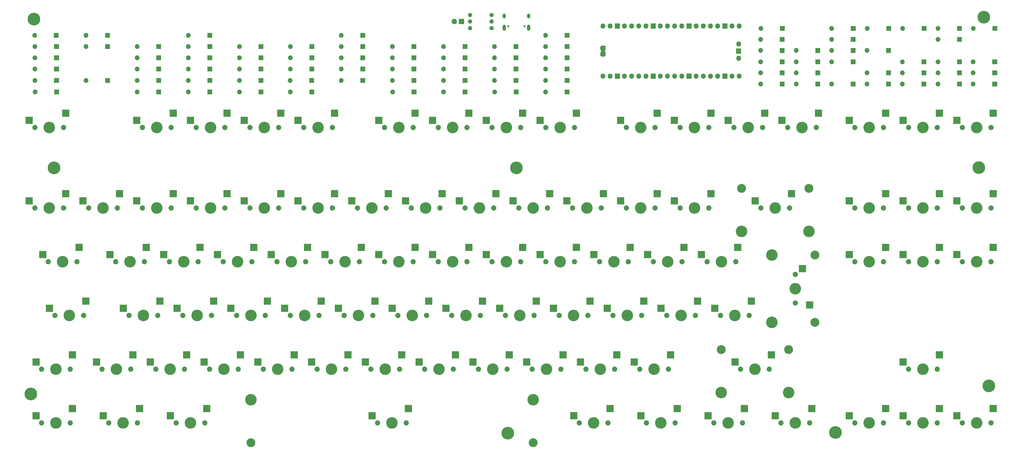
<source format=gbs>
G04 #@! TF.GenerationSoftware,KiCad,Pcbnew,(5.1.10)-1*
G04 #@! TF.CreationDate,2021-10-25T12:05:38+01:00*
G04 #@! TF.ProjectId,ENV_KB_RGB,454e565f-4b42-45f5-9247-422e6b696361,Rev.1*
G04 #@! TF.SameCoordinates,Original*
G04 #@! TF.FileFunction,Soldermask,Bot*
G04 #@! TF.FilePolarity,Negative*
%FSLAX46Y46*%
G04 Gerber Fmt 4.6, Leading zero omitted, Abs format (unit mm)*
G04 Created by KiCad (PCBNEW (5.1.10)-1) date 2021-10-25 12:05:38*
%MOMM*%
%LPD*%
G01*
G04 APERTURE LIST*
%ADD10R,2.550000X2.500000*%
%ADD11C,1.852000*%
%ADD12C,4.089800*%
%ADD13R,2.500000X2.550000*%
%ADD14C,0.752000*%
%ADD15O,1.102000X2.202000*%
%ADD16O,1.102000X1.702000*%
%ADD17O,1.802000X1.802000*%
%ADD18O,1.502000X1.502000*%
%ADD19C,1.502000*%
%ADD20C,3.150000*%
%ADD21C,1.902000*%
%ADD22C,4.502000*%
%ADD23O,1.702000X1.702000*%
%ADD24C,0.150000*%
G04 APERTURE END LIST*
D10*
X381152500Y-201480000D03*
X368252500Y-204020000D03*
D11*
X380417500Y-206560000D03*
X370257500Y-206560000D03*
D12*
X375337500Y-206560000D03*
D10*
X362102500Y-201480000D03*
X349202500Y-204020000D03*
D11*
X361367500Y-206560000D03*
X351207500Y-206560000D03*
D12*
X356287500Y-206560000D03*
D10*
X343052500Y-201480000D03*
X330152500Y-204020000D03*
D11*
X342317500Y-206560000D03*
X332157500Y-206560000D03*
D12*
X337237500Y-206560000D03*
D10*
X316858750Y-201480000D03*
X303958750Y-204020000D03*
D11*
X316123750Y-206560000D03*
X305963750Y-206560000D03*
D12*
X311043750Y-206560000D03*
D10*
X293046250Y-201480000D03*
X280146250Y-204020000D03*
D11*
X292311250Y-206560000D03*
X282151250Y-206560000D03*
D12*
X287231250Y-206560000D03*
D10*
X269233750Y-201480000D03*
X256333750Y-204020000D03*
D11*
X268498750Y-206560000D03*
X258338750Y-206560000D03*
D12*
X263418750Y-206560000D03*
D10*
X245421250Y-201480000D03*
X232521250Y-204020000D03*
D11*
X244686250Y-206560000D03*
X234526250Y-206560000D03*
D12*
X239606250Y-206560000D03*
D10*
X173983750Y-201480000D03*
X161083750Y-204020000D03*
D11*
X173248750Y-206560000D03*
X163088750Y-206560000D03*
D12*
X168168750Y-206560000D03*
D10*
X102546250Y-201480000D03*
X89646250Y-204020000D03*
D11*
X101811250Y-206560000D03*
X91651250Y-206560000D03*
D12*
X96731250Y-206560000D03*
D10*
X78733750Y-201480000D03*
X65833750Y-204020000D03*
D11*
X77998750Y-206560000D03*
X67838750Y-206560000D03*
D12*
X72918750Y-206560000D03*
D10*
X54921250Y-201480000D03*
X42021250Y-204020000D03*
D11*
X54186250Y-206560000D03*
X44026250Y-206560000D03*
D12*
X49106250Y-206560000D03*
D10*
X362102500Y-182430000D03*
X349202500Y-184970000D03*
D11*
X361367500Y-187510000D03*
X351207500Y-187510000D03*
D12*
X356287500Y-187510000D03*
D10*
X302571250Y-182430000D03*
X289671250Y-184970000D03*
D11*
X301836250Y-187510000D03*
X291676250Y-187510000D03*
D12*
X296756250Y-187510000D03*
D10*
X266852500Y-182430000D03*
X253952500Y-184970000D03*
D11*
X266117500Y-187510000D03*
X255957500Y-187510000D03*
D12*
X261037500Y-187510000D03*
D10*
X247802500Y-182430000D03*
X234902500Y-184970000D03*
D11*
X247067500Y-187510000D03*
X236907500Y-187510000D03*
D12*
X241987500Y-187510000D03*
D10*
X228752500Y-182430000D03*
X215852500Y-184970000D03*
D11*
X228017500Y-187510000D03*
X217857500Y-187510000D03*
D12*
X222937500Y-187510000D03*
D10*
X209702500Y-182430000D03*
X196802500Y-184970000D03*
D11*
X208967500Y-187510000D03*
X198807500Y-187510000D03*
D12*
X203887500Y-187510000D03*
D10*
X190652500Y-182430000D03*
X177752500Y-184970000D03*
D11*
X189917500Y-187510000D03*
X179757500Y-187510000D03*
D12*
X184837500Y-187510000D03*
D10*
X171602500Y-182430000D03*
X158702500Y-184970000D03*
D11*
X170867500Y-187510000D03*
X160707500Y-187510000D03*
D12*
X165787500Y-187510000D03*
D10*
X152552500Y-182430000D03*
X139652500Y-184970000D03*
D11*
X151817500Y-187510000D03*
X141657500Y-187510000D03*
D12*
X146737500Y-187510000D03*
D10*
X133502500Y-182430000D03*
X120602500Y-184970000D03*
D11*
X132767500Y-187510000D03*
X122607500Y-187510000D03*
D12*
X127687500Y-187510000D03*
D10*
X114452500Y-182430000D03*
X101552500Y-184970000D03*
D11*
X113717500Y-187510000D03*
X103557500Y-187510000D03*
D12*
X108637500Y-187510000D03*
D10*
X95402500Y-182430000D03*
X82502500Y-184970000D03*
D11*
X94667500Y-187510000D03*
X84507500Y-187510000D03*
D12*
X89587500Y-187510000D03*
D10*
X76352500Y-182430000D03*
X63452500Y-184970000D03*
D11*
X75617500Y-187510000D03*
X65457500Y-187510000D03*
D12*
X70537500Y-187510000D03*
D10*
X54921250Y-182430000D03*
X42021250Y-184970000D03*
D11*
X54186250Y-187510000D03*
X44026250Y-187510000D03*
D12*
X49106250Y-187510000D03*
D13*
X316105000Y-164750000D03*
X313565000Y-151850000D03*
D11*
X311025000Y-164015000D03*
X311025000Y-153855000D03*
D12*
X311025000Y-158935000D03*
D10*
X295427500Y-163380000D03*
X282527500Y-165920000D03*
D11*
X294692500Y-168460000D03*
X284532500Y-168460000D03*
D12*
X289612500Y-168460000D03*
D10*
X276377500Y-163380000D03*
X263477500Y-165920000D03*
D11*
X275642500Y-168460000D03*
X265482500Y-168460000D03*
D12*
X270562500Y-168460000D03*
D10*
X257327500Y-163380000D03*
X244427500Y-165920000D03*
D11*
X256592500Y-168460000D03*
X246432500Y-168460000D03*
D12*
X251512500Y-168460000D03*
D10*
X238277500Y-163380000D03*
X225377500Y-165920000D03*
D11*
X237542500Y-168460000D03*
X227382500Y-168460000D03*
D12*
X232462500Y-168460000D03*
D10*
X219227500Y-163380000D03*
X206327500Y-165920000D03*
D11*
X218492500Y-168460000D03*
X208332500Y-168460000D03*
D12*
X213412500Y-168460000D03*
D10*
X200177500Y-163380000D03*
X187277500Y-165920000D03*
D11*
X199442500Y-168460000D03*
X189282500Y-168460000D03*
D12*
X194362500Y-168460000D03*
D10*
X181127500Y-163380000D03*
X168227500Y-165920000D03*
D11*
X180392500Y-168460000D03*
X170232500Y-168460000D03*
D12*
X175312500Y-168460000D03*
D10*
X162077500Y-163380000D03*
X149177500Y-165920000D03*
D11*
X161342500Y-168460000D03*
X151182500Y-168460000D03*
D12*
X156262500Y-168460000D03*
D10*
X143027500Y-163380000D03*
X130127500Y-165920000D03*
D11*
X142292500Y-168460000D03*
X132132500Y-168460000D03*
D12*
X137212500Y-168460000D03*
D10*
X123977500Y-163380000D03*
X111077500Y-165920000D03*
D11*
X123242500Y-168460000D03*
X113082500Y-168460000D03*
D12*
X118162500Y-168460000D03*
D10*
X104927500Y-163380000D03*
X92027500Y-165920000D03*
D11*
X104192500Y-168460000D03*
X94032500Y-168460000D03*
D12*
X99112500Y-168460000D03*
D10*
X85877500Y-163380000D03*
X72977500Y-165920000D03*
D11*
X85142500Y-168460000D03*
X74982500Y-168460000D03*
D12*
X80062500Y-168460000D03*
D10*
X59683750Y-163380000D03*
X46783750Y-165920000D03*
D11*
X58948750Y-168460000D03*
X48788750Y-168460000D03*
D12*
X53868750Y-168460000D03*
D10*
X381152500Y-144330000D03*
X368252500Y-146870000D03*
D11*
X380417500Y-149410000D03*
X370257500Y-149410000D03*
D12*
X375337500Y-149410000D03*
D10*
X362102500Y-144330000D03*
X349202500Y-146870000D03*
D11*
X361367500Y-149410000D03*
X351207500Y-149410000D03*
D12*
X356287500Y-149410000D03*
D10*
X343052500Y-144330000D03*
X330152500Y-146870000D03*
D11*
X342317500Y-149410000D03*
X332157500Y-149410000D03*
D12*
X337237500Y-149410000D03*
D10*
X290665000Y-144330000D03*
X277765000Y-146870000D03*
D11*
X289930000Y-149410000D03*
X279770000Y-149410000D03*
D12*
X284850000Y-149410000D03*
D10*
X271615000Y-144330000D03*
X258715000Y-146870000D03*
D11*
X270880000Y-149410000D03*
X260720000Y-149410000D03*
D12*
X265800000Y-149410000D03*
D10*
X252565000Y-144330000D03*
X239665000Y-146870000D03*
D11*
X251830000Y-149410000D03*
X241670000Y-149410000D03*
D12*
X246750000Y-149410000D03*
D10*
X233515000Y-144330000D03*
X220615000Y-146870000D03*
D11*
X232780000Y-149410000D03*
X222620000Y-149410000D03*
D12*
X227700000Y-149410000D03*
D10*
X214465000Y-144330000D03*
X201565000Y-146870000D03*
D11*
X213730000Y-149410000D03*
X203570000Y-149410000D03*
D12*
X208650000Y-149410000D03*
D10*
X195415000Y-144330000D03*
X182515000Y-146870000D03*
D11*
X194680000Y-149410000D03*
X184520000Y-149410000D03*
D12*
X189600000Y-149410000D03*
D10*
X176365000Y-144330000D03*
X163465000Y-146870000D03*
D11*
X175630000Y-149410000D03*
X165470000Y-149410000D03*
D12*
X170550000Y-149410000D03*
D10*
X157315000Y-144330000D03*
X144415000Y-146870000D03*
D11*
X156580000Y-149410000D03*
X146420000Y-149410000D03*
D12*
X151500000Y-149410000D03*
D10*
X138265000Y-144330000D03*
X125365000Y-146870000D03*
D11*
X137530000Y-149410000D03*
X127370000Y-149410000D03*
D12*
X132450000Y-149410000D03*
D10*
X119215000Y-144330000D03*
X106315000Y-146870000D03*
D11*
X118480000Y-149410000D03*
X108320000Y-149410000D03*
D12*
X113400000Y-149410000D03*
D10*
X100165000Y-144330000D03*
X87265000Y-146870000D03*
D11*
X99430000Y-149410000D03*
X89270000Y-149410000D03*
D12*
X94350000Y-149410000D03*
D10*
X81115000Y-144330000D03*
X68215000Y-146870000D03*
D11*
X80380000Y-149410000D03*
X70220000Y-149410000D03*
D12*
X75300000Y-149410000D03*
D10*
X57302500Y-144330000D03*
X44402500Y-146870000D03*
D11*
X56567500Y-149410000D03*
X46407500Y-149410000D03*
D12*
X51487500Y-149410000D03*
D10*
X381152500Y-125280000D03*
X368252500Y-127820000D03*
D11*
X380417500Y-130360000D03*
X370257500Y-130360000D03*
D12*
X375337500Y-130360000D03*
D10*
X362102500Y-125280000D03*
X349202500Y-127820000D03*
D11*
X361367500Y-130360000D03*
X351207500Y-130360000D03*
D12*
X356287500Y-130360000D03*
D10*
X343052500Y-125280000D03*
X330152500Y-127820000D03*
D11*
X342317500Y-130360000D03*
X332157500Y-130360000D03*
D12*
X337237500Y-130360000D03*
D10*
X309715000Y-125280000D03*
X296815000Y-127820000D03*
D11*
X308980000Y-130360000D03*
X298820000Y-130360000D03*
D12*
X303900000Y-130360000D03*
D10*
X281140000Y-125280000D03*
X268240000Y-127820000D03*
D11*
X280405000Y-130360000D03*
X270245000Y-130360000D03*
D12*
X275325000Y-130360000D03*
D10*
X262090000Y-125280000D03*
X249190000Y-127820000D03*
D11*
X261355000Y-130360000D03*
X251195000Y-130360000D03*
D12*
X256275000Y-130360000D03*
D10*
X243040000Y-125280000D03*
X230140000Y-127820000D03*
D11*
X242305000Y-130360000D03*
X232145000Y-130360000D03*
D12*
X237225000Y-130360000D03*
D10*
X223990000Y-125280000D03*
X211090000Y-127820000D03*
D11*
X223255000Y-130360000D03*
X213095000Y-130360000D03*
D12*
X218175000Y-130360000D03*
D10*
X204940000Y-125280000D03*
X192040000Y-127820000D03*
D11*
X204205000Y-130360000D03*
X194045000Y-130360000D03*
D12*
X199125000Y-130360000D03*
D10*
X185890000Y-125280000D03*
X172990000Y-127820000D03*
D11*
X185155000Y-130360000D03*
X174995000Y-130360000D03*
D12*
X180075000Y-130360000D03*
D10*
X166840000Y-125280000D03*
X153940000Y-127820000D03*
D11*
X166105000Y-130360000D03*
X155945000Y-130360000D03*
D12*
X161025000Y-130360000D03*
D10*
X147790000Y-125280000D03*
X134890000Y-127820000D03*
D11*
X147055000Y-130360000D03*
X136895000Y-130360000D03*
D12*
X141975000Y-130360000D03*
D10*
X128740000Y-125280000D03*
X115840000Y-127820000D03*
D11*
X128005000Y-130360000D03*
X117845000Y-130360000D03*
D12*
X122925000Y-130360000D03*
D10*
X109690000Y-125280000D03*
X96790000Y-127820000D03*
D11*
X108955000Y-130360000D03*
X98795000Y-130360000D03*
D12*
X103875000Y-130360000D03*
D10*
X90640000Y-125280000D03*
X77740000Y-127820000D03*
D11*
X89905000Y-130360000D03*
X79745000Y-130360000D03*
D12*
X84825000Y-130360000D03*
D10*
X71590000Y-125280000D03*
X58690000Y-127820000D03*
D11*
X70855000Y-130360000D03*
X60695000Y-130360000D03*
D12*
X65775000Y-130360000D03*
D10*
X52540000Y-125280000D03*
X39640000Y-127820000D03*
D11*
X51805000Y-130360000D03*
X41645000Y-130360000D03*
D12*
X46725000Y-130360000D03*
D10*
X381152500Y-96705000D03*
X368252500Y-99245000D03*
D11*
X380417500Y-101785000D03*
X370257500Y-101785000D03*
D12*
X375337500Y-101785000D03*
D10*
X362102500Y-96705000D03*
X349202500Y-99245000D03*
D11*
X361367500Y-101785000D03*
X351207500Y-101785000D03*
D12*
X356287500Y-101785000D03*
D10*
X343052500Y-96705000D03*
X330152500Y-99245000D03*
D11*
X342317500Y-101785000D03*
X332157500Y-101785000D03*
D12*
X337237500Y-101785000D03*
D10*
X319240000Y-96705000D03*
X306340000Y-99245000D03*
D11*
X318505000Y-101785000D03*
X308345000Y-101785000D03*
D12*
X313425000Y-101785000D03*
D10*
X300190000Y-96705000D03*
X287290000Y-99245000D03*
D11*
X299455000Y-101785000D03*
X289295000Y-101785000D03*
D12*
X294375000Y-101785000D03*
D10*
X281140000Y-96705000D03*
X268240000Y-99245000D03*
D11*
X280405000Y-101785000D03*
X270245000Y-101785000D03*
D12*
X275325000Y-101785000D03*
D10*
X262090000Y-96705000D03*
X249190000Y-99245000D03*
D11*
X261355000Y-101785000D03*
X251195000Y-101785000D03*
D12*
X256275000Y-101785000D03*
D10*
X233515000Y-96705000D03*
X220615000Y-99245000D03*
D11*
X232780000Y-101785000D03*
X222620000Y-101785000D03*
D12*
X227700000Y-101785000D03*
D10*
X214465000Y-96705000D03*
X201565000Y-99245000D03*
D11*
X213730000Y-101785000D03*
X203570000Y-101785000D03*
D12*
X208650000Y-101785000D03*
D10*
X195415000Y-96705000D03*
X182515000Y-99245000D03*
D11*
X194680000Y-101785000D03*
X184520000Y-101785000D03*
D12*
X189600000Y-101785000D03*
D10*
X176365000Y-96705000D03*
X163465000Y-99245000D03*
D11*
X175630000Y-101785000D03*
X165470000Y-101785000D03*
D12*
X170550000Y-101785000D03*
D10*
X147790000Y-96705000D03*
X134890000Y-99245000D03*
D11*
X147055000Y-101785000D03*
X136895000Y-101785000D03*
D12*
X141975000Y-101785000D03*
D10*
X128740000Y-96705000D03*
X115840000Y-99245000D03*
D11*
X128005000Y-101785000D03*
X117845000Y-101785000D03*
D12*
X122925000Y-101785000D03*
D10*
X109690000Y-96705000D03*
X96790000Y-99245000D03*
D11*
X108955000Y-101785000D03*
X98795000Y-101785000D03*
D12*
X103875000Y-101785000D03*
D10*
X90640000Y-96705000D03*
X77740000Y-99245000D03*
D11*
X89905000Y-101785000D03*
X79745000Y-101785000D03*
D12*
X84825000Y-101785000D03*
D10*
X52540000Y-96705000D03*
X39640000Y-99245000D03*
D11*
X51805000Y-101785000D03*
X41645000Y-101785000D03*
D12*
X46725000Y-101785000D03*
D14*
X209335000Y-65885000D03*
X215115000Y-65885000D03*
D15*
X216545000Y-66415000D03*
X207905000Y-66415000D03*
D16*
X216545000Y-62235000D03*
X207905000Y-62235000D03*
D17*
X290950000Y-72170000D03*
G36*
G01*
X291800000Y-75611000D02*
X290100000Y-75611000D01*
G75*
G02*
X290049000Y-75560000I0J51000D01*
G01*
X290049000Y-73860000D01*
G75*
G02*
X290100000Y-73809000I51000J0D01*
G01*
X291800000Y-73809000D01*
G75*
G02*
X291851000Y-73860000I0J-51000D01*
G01*
X291851000Y-75560000D01*
G75*
G02*
X291800000Y-75611000I-51000J0D01*
G01*
G37*
X290950000Y-77250000D03*
X242920000Y-65820000D03*
X245460000Y-65820000D03*
G36*
G01*
X248850000Y-66721000D02*
X247150000Y-66721000D01*
G75*
G02*
X247099000Y-66670000I0J51000D01*
G01*
X247099000Y-64970000D01*
G75*
G02*
X247150000Y-64919000I51000J0D01*
G01*
X248850000Y-64919000D01*
G75*
G02*
X248901000Y-64970000I0J-51000D01*
G01*
X248901000Y-66670000D01*
G75*
G02*
X248850000Y-66721000I-51000J0D01*
G01*
G37*
X250540000Y-65820000D03*
X253080000Y-65820000D03*
X255620000Y-65820000D03*
X258160000Y-65820000D03*
G36*
G01*
X261550000Y-66721000D02*
X259850000Y-66721000D01*
G75*
G02*
X259799000Y-66670000I0J51000D01*
G01*
X259799000Y-64970000D01*
G75*
G02*
X259850000Y-64919000I51000J0D01*
G01*
X261550000Y-64919000D01*
G75*
G02*
X261601000Y-64970000I0J-51000D01*
G01*
X261601000Y-66670000D01*
G75*
G02*
X261550000Y-66721000I-51000J0D01*
G01*
G37*
X263240000Y-65820000D03*
X265780000Y-65820000D03*
X268320000Y-65820000D03*
X270860000Y-65820000D03*
G36*
G01*
X274250000Y-66721000D02*
X272550000Y-66721000D01*
G75*
G02*
X272499000Y-66670000I0J51000D01*
G01*
X272499000Y-64970000D01*
G75*
G02*
X272550000Y-64919000I51000J0D01*
G01*
X274250000Y-64919000D01*
G75*
G02*
X274301000Y-64970000I0J-51000D01*
G01*
X274301000Y-66670000D01*
G75*
G02*
X274250000Y-66721000I-51000J0D01*
G01*
G37*
X275940000Y-65820000D03*
X278480000Y-65820000D03*
X281020000Y-65820000D03*
X283560000Y-65820000D03*
G36*
G01*
X286950000Y-66721000D02*
X285250000Y-66721000D01*
G75*
G02*
X285199000Y-66670000I0J51000D01*
G01*
X285199000Y-64970000D01*
G75*
G02*
X285250000Y-64919000I51000J0D01*
G01*
X286950000Y-64919000D01*
G75*
G02*
X287001000Y-64970000I0J-51000D01*
G01*
X287001000Y-66670000D01*
G75*
G02*
X286950000Y-66721000I-51000J0D01*
G01*
G37*
X288640000Y-65820000D03*
X291180000Y-65820000D03*
X291180000Y-83600000D03*
X288640000Y-83600000D03*
G36*
G01*
X286950000Y-84501000D02*
X285250000Y-84501000D01*
G75*
G02*
X285199000Y-84450000I0J51000D01*
G01*
X285199000Y-82750000D01*
G75*
G02*
X285250000Y-82699000I51000J0D01*
G01*
X286950000Y-82699000D01*
G75*
G02*
X287001000Y-82750000I0J-51000D01*
G01*
X287001000Y-84450000D01*
G75*
G02*
X286950000Y-84501000I-51000J0D01*
G01*
G37*
X283560000Y-83600000D03*
X281020000Y-83600000D03*
X278480000Y-83600000D03*
X275940000Y-83600000D03*
G36*
G01*
X274250000Y-84501000D02*
X272550000Y-84501000D01*
G75*
G02*
X272499000Y-84450000I0J51000D01*
G01*
X272499000Y-82750000D01*
G75*
G02*
X272550000Y-82699000I51000J0D01*
G01*
X274250000Y-82699000D01*
G75*
G02*
X274301000Y-82750000I0J-51000D01*
G01*
X274301000Y-84450000D01*
G75*
G02*
X274250000Y-84501000I-51000J0D01*
G01*
G37*
X270860000Y-83600000D03*
X268320000Y-83600000D03*
X265780000Y-83600000D03*
X263240000Y-83600000D03*
G36*
G01*
X261550000Y-84501000D02*
X259850000Y-84501000D01*
G75*
G02*
X259799000Y-84450000I0J51000D01*
G01*
X259799000Y-82750000D01*
G75*
G02*
X259850000Y-82699000I51000J0D01*
G01*
X261550000Y-82699000D01*
G75*
G02*
X261601000Y-82750000I0J-51000D01*
G01*
X261601000Y-84450000D01*
G75*
G02*
X261550000Y-84501000I-51000J0D01*
G01*
G37*
X258160000Y-83600000D03*
X255620000Y-83600000D03*
X253080000Y-83600000D03*
X250540000Y-83600000D03*
G36*
G01*
X248850000Y-84501000D02*
X247150000Y-84501000D01*
G75*
G02*
X247099000Y-84450000I0J51000D01*
G01*
X247099000Y-82750000D01*
G75*
G02*
X247150000Y-82699000I51000J0D01*
G01*
X248850000Y-82699000D01*
G75*
G02*
X248901000Y-82750000I0J-51000D01*
G01*
X248901000Y-84450000D01*
G75*
G02*
X248850000Y-84501000I-51000J0D01*
G01*
G37*
X245460000Y-83600000D03*
X242920000Y-83600000D03*
G36*
G01*
X243388000Y-76652000D02*
X242462000Y-76652000D01*
G75*
G02*
X241999000Y-76189000I0J463000D01*
G01*
X241999000Y-75263000D01*
G75*
G02*
X242462000Y-74800000I463000J0D01*
G01*
X243388000Y-74800000D01*
G75*
G02*
X243851000Y-75263000I0J-463000D01*
G01*
X243851000Y-76189000D01*
G75*
G02*
X243388000Y-76652000I-463000J0D01*
G01*
G37*
G36*
G01*
X243388000Y-74620000D02*
X242462000Y-74620000D01*
G75*
G02*
X241999000Y-74157000I0J463000D01*
G01*
X241999000Y-73231000D01*
G75*
G02*
X242462000Y-72768000I463000J0D01*
G01*
X243388000Y-72768000D01*
G75*
G02*
X243851000Y-73231000I0J-463000D01*
G01*
X243851000Y-74157000D01*
G75*
G02*
X243388000Y-74620000I-463000J0D01*
G01*
G37*
D18*
X195817000Y-61905000D03*
D19*
X203437000Y-61905000D03*
D18*
X203437000Y-64230000D03*
D19*
X195817000Y-64230000D03*
D18*
X195817000Y-66555000D03*
D19*
X203437000Y-66555000D03*
D20*
X308694250Y-180525000D03*
X284818250Y-180525000D03*
D12*
X308694250Y-195765000D03*
X284818250Y-195765000D03*
D20*
X318010000Y-170873000D03*
X318010000Y-146997000D03*
D12*
X302770000Y-170873000D03*
X302770000Y-146997000D03*
D20*
X315838000Y-123375000D03*
X291962000Y-123375000D03*
D12*
X315838000Y-138615000D03*
X291962000Y-138615000D03*
X118168750Y-198305000D03*
X218168750Y-198305000D03*
D20*
X118168750Y-213545000D03*
X218168750Y-213545000D03*
D21*
X190239000Y-64232000D03*
G36*
G01*
X193730000Y-63332000D02*
X193730000Y-65132000D01*
G75*
G02*
X193679000Y-65183000I-51000J0D01*
G01*
X191879000Y-65183000D01*
G75*
G02*
X191828000Y-65132000I0J51000D01*
G01*
X191828000Y-63332000D01*
G75*
G02*
X191879000Y-63281000I51000J0D01*
G01*
X193679000Y-63281000D01*
G75*
G02*
X193730000Y-63332000I0J-51000D01*
G01*
G37*
D22*
X379667000Y-193405000D03*
X376075000Y-116060000D03*
X48375000Y-116085000D03*
X209225000Y-210185000D03*
X212225000Y-116085000D03*
X325267000Y-209905000D03*
X40167000Y-196305000D03*
X377867000Y-62705000D03*
X41267000Y-63405000D03*
D23*
X374155000Y-66685000D03*
G36*
G01*
X382626000Y-65885000D02*
X382626000Y-67485000D01*
G75*
G02*
X382575000Y-67536000I-51000J0D01*
G01*
X380975000Y-67536000D01*
G75*
G02*
X380924000Y-67485000I0J51000D01*
G01*
X380924000Y-65885000D01*
G75*
G02*
X380975000Y-65834000I51000J0D01*
G01*
X382575000Y-65834000D01*
G75*
G02*
X382626000Y-65885000I0J-51000D01*
G01*
G37*
X361605000Y-66685000D03*
G36*
G01*
X370076000Y-65885000D02*
X370076000Y-67485000D01*
G75*
G02*
X370025000Y-67536000I-51000J0D01*
G01*
X368425000Y-67536000D01*
G75*
G02*
X368374000Y-67485000I0J51000D01*
G01*
X368374000Y-65885000D01*
G75*
G02*
X368425000Y-65834000I51000J0D01*
G01*
X370025000Y-65834000D01*
G75*
G02*
X370076000Y-65885000I0J-51000D01*
G01*
G37*
X349055000Y-66685000D03*
G36*
G01*
X357526000Y-65885000D02*
X357526000Y-67485000D01*
G75*
G02*
X357475000Y-67536000I-51000J0D01*
G01*
X355875000Y-67536000D01*
G75*
G02*
X355824000Y-67485000I0J51000D01*
G01*
X355824000Y-65885000D01*
G75*
G02*
X355875000Y-65834000I51000J0D01*
G01*
X357475000Y-65834000D01*
G75*
G02*
X357526000Y-65885000I0J-51000D01*
G01*
G37*
X336505000Y-66685000D03*
G36*
G01*
X344976000Y-65885000D02*
X344976000Y-67485000D01*
G75*
G02*
X344925000Y-67536000I-51000J0D01*
G01*
X343325000Y-67536000D01*
G75*
G02*
X343274000Y-67485000I0J51000D01*
G01*
X343274000Y-65885000D01*
G75*
G02*
X343325000Y-65834000I51000J0D01*
G01*
X344925000Y-65834000D01*
G75*
G02*
X344976000Y-65885000I0J-51000D01*
G01*
G37*
X323955000Y-66685000D03*
G36*
G01*
X332426000Y-65885000D02*
X332426000Y-67485000D01*
G75*
G02*
X332375000Y-67536000I-51000J0D01*
G01*
X330775000Y-67536000D01*
G75*
G02*
X330724000Y-67485000I0J51000D01*
G01*
X330724000Y-65885000D01*
G75*
G02*
X330775000Y-65834000I51000J0D01*
G01*
X332375000Y-65834000D01*
G75*
G02*
X332426000Y-65885000I0J-51000D01*
G01*
G37*
X298855000Y-66685000D03*
G36*
G01*
X307326000Y-65885000D02*
X307326000Y-67485000D01*
G75*
G02*
X307275000Y-67536000I-51000J0D01*
G01*
X305675000Y-67536000D01*
G75*
G02*
X305624000Y-67485000I0J51000D01*
G01*
X305624000Y-65885000D01*
G75*
G02*
X305675000Y-65834000I51000J0D01*
G01*
X307275000Y-65834000D01*
G75*
G02*
X307326000Y-65885000I0J-51000D01*
G01*
G37*
X222580000Y-69100000D03*
G36*
G01*
X231051000Y-68300000D02*
X231051000Y-69900000D01*
G75*
G02*
X231000000Y-69951000I-51000J0D01*
G01*
X229400000Y-69951000D01*
G75*
G02*
X229349000Y-69900000I0J51000D01*
G01*
X229349000Y-68300000D01*
G75*
G02*
X229400000Y-68249000I51000J0D01*
G01*
X231000000Y-68249000D01*
G75*
G02*
X231051000Y-68300000I0J-51000D01*
G01*
G37*
X150180000Y-69100000D03*
G36*
G01*
X158651000Y-68300000D02*
X158651000Y-69900000D01*
G75*
G02*
X158600000Y-69951000I-51000J0D01*
G01*
X157000000Y-69951000D01*
G75*
G02*
X156949000Y-69900000I0J51000D01*
G01*
X156949000Y-68300000D01*
G75*
G02*
X157000000Y-68249000I51000J0D01*
G01*
X158600000Y-68249000D01*
G75*
G02*
X158651000Y-68300000I0J-51000D01*
G01*
G37*
X95980000Y-69100000D03*
G36*
G01*
X104451000Y-68300000D02*
X104451000Y-69900000D01*
G75*
G02*
X104400000Y-69951000I-51000J0D01*
G01*
X102800000Y-69951000D01*
G75*
G02*
X102749000Y-69900000I0J51000D01*
G01*
X102749000Y-68300000D01*
G75*
G02*
X102800000Y-68249000I51000J0D01*
G01*
X104400000Y-68249000D01*
G75*
G02*
X104451000Y-68300000I0J-51000D01*
G01*
G37*
X59780000Y-69100000D03*
G36*
G01*
X68251000Y-68300000D02*
X68251000Y-69900000D01*
G75*
G02*
X68200000Y-69951000I-51000J0D01*
G01*
X66600000Y-69951000D01*
G75*
G02*
X66549000Y-69900000I0J51000D01*
G01*
X66549000Y-68300000D01*
G75*
G02*
X66600000Y-68249000I51000J0D01*
G01*
X68200000Y-68249000D01*
G75*
G02*
X68251000Y-68300000I0J-51000D01*
G01*
G37*
X41580000Y-69100000D03*
G36*
G01*
X50051000Y-68300000D02*
X50051000Y-69900000D01*
G75*
G02*
X50000000Y-69951000I-51000J0D01*
G01*
X48400000Y-69951000D01*
G75*
G02*
X48349000Y-69900000I0J51000D01*
G01*
X48349000Y-68300000D01*
G75*
G02*
X48400000Y-68249000I51000J0D01*
G01*
X50000000Y-68249000D01*
G75*
G02*
X50051000Y-68300000I0J-51000D01*
G01*
G37*
X361580000Y-70600000D03*
G36*
G01*
X370051000Y-69800000D02*
X370051000Y-71400000D01*
G75*
G02*
X370000000Y-71451000I-51000J0D01*
G01*
X368400000Y-71451000D01*
G75*
G02*
X368349000Y-71400000I0J51000D01*
G01*
X368349000Y-69800000D01*
G75*
G02*
X368400000Y-69749000I51000J0D01*
G01*
X370000000Y-69749000D01*
G75*
G02*
X370051000Y-69800000I0J-51000D01*
G01*
G37*
X323880000Y-70600000D03*
G36*
G01*
X332351000Y-69800000D02*
X332351000Y-71400000D01*
G75*
G02*
X332300000Y-71451000I-51000J0D01*
G01*
X330700000Y-71451000D01*
G75*
G02*
X330649000Y-71400000I0J51000D01*
G01*
X330649000Y-69800000D01*
G75*
G02*
X330700000Y-69749000I51000J0D01*
G01*
X332300000Y-69749000D01*
G75*
G02*
X332351000Y-69800000I0J-51000D01*
G01*
G37*
X298780000Y-70600000D03*
G36*
G01*
X307251000Y-69800000D02*
X307251000Y-71400000D01*
G75*
G02*
X307200000Y-71451000I-51000J0D01*
G01*
X305600000Y-71451000D01*
G75*
G02*
X305549000Y-71400000I0J51000D01*
G01*
X305549000Y-69800000D01*
G75*
G02*
X305600000Y-69749000I51000J0D01*
G01*
X307200000Y-69749000D01*
G75*
G02*
X307251000Y-69800000I0J-51000D01*
G01*
G37*
X222580000Y-73100000D03*
G36*
G01*
X231051000Y-72300000D02*
X231051000Y-73900000D01*
G75*
G02*
X231000000Y-73951000I-51000J0D01*
G01*
X229400000Y-73951000D01*
G75*
G02*
X229349000Y-73900000I0J51000D01*
G01*
X229349000Y-72300000D01*
G75*
G02*
X229400000Y-72249000I51000J0D01*
G01*
X231000000Y-72249000D01*
G75*
G02*
X231051000Y-72300000I0J-51000D01*
G01*
G37*
X204480000Y-73100000D03*
G36*
G01*
X212951000Y-72300000D02*
X212951000Y-73900000D01*
G75*
G02*
X212900000Y-73951000I-51000J0D01*
G01*
X211300000Y-73951000D01*
G75*
G02*
X211249000Y-73900000I0J51000D01*
G01*
X211249000Y-72300000D01*
G75*
G02*
X211300000Y-72249000I51000J0D01*
G01*
X212900000Y-72249000D01*
G75*
G02*
X212951000Y-72300000I0J-51000D01*
G01*
G37*
X186380000Y-73100000D03*
G36*
G01*
X194851000Y-72300000D02*
X194851000Y-73900000D01*
G75*
G02*
X194800000Y-73951000I-51000J0D01*
G01*
X193200000Y-73951000D01*
G75*
G02*
X193149000Y-73900000I0J51000D01*
G01*
X193149000Y-72300000D01*
G75*
G02*
X193200000Y-72249000I51000J0D01*
G01*
X194800000Y-72249000D01*
G75*
G02*
X194851000Y-72300000I0J-51000D01*
G01*
G37*
X168280000Y-73100000D03*
G36*
G01*
X176751000Y-72300000D02*
X176751000Y-73900000D01*
G75*
G02*
X176700000Y-73951000I-51000J0D01*
G01*
X175100000Y-73951000D01*
G75*
G02*
X175049000Y-73900000I0J51000D01*
G01*
X175049000Y-72300000D01*
G75*
G02*
X175100000Y-72249000I51000J0D01*
G01*
X176700000Y-72249000D01*
G75*
G02*
X176751000Y-72300000I0J-51000D01*
G01*
G37*
X150180000Y-73100000D03*
G36*
G01*
X158651000Y-72300000D02*
X158651000Y-73900000D01*
G75*
G02*
X158600000Y-73951000I-51000J0D01*
G01*
X157000000Y-73951000D01*
G75*
G02*
X156949000Y-73900000I0J51000D01*
G01*
X156949000Y-72300000D01*
G75*
G02*
X157000000Y-72249000I51000J0D01*
G01*
X158600000Y-72249000D01*
G75*
G02*
X158651000Y-72300000I0J-51000D01*
G01*
G37*
X132180000Y-73100000D03*
G36*
G01*
X140651000Y-72300000D02*
X140651000Y-73900000D01*
G75*
G02*
X140600000Y-73951000I-51000J0D01*
G01*
X139000000Y-73951000D01*
G75*
G02*
X138949000Y-73900000I0J51000D01*
G01*
X138949000Y-72300000D01*
G75*
G02*
X139000000Y-72249000I51000J0D01*
G01*
X140600000Y-72249000D01*
G75*
G02*
X140651000Y-72300000I0J-51000D01*
G01*
G37*
X114080000Y-73100000D03*
G36*
G01*
X122551000Y-72300000D02*
X122551000Y-73900000D01*
G75*
G02*
X122500000Y-73951000I-51000J0D01*
G01*
X120900000Y-73951000D01*
G75*
G02*
X120849000Y-73900000I0J51000D01*
G01*
X120849000Y-72300000D01*
G75*
G02*
X120900000Y-72249000I51000J0D01*
G01*
X122500000Y-72249000D01*
G75*
G02*
X122551000Y-72300000I0J-51000D01*
G01*
G37*
X95980000Y-73100000D03*
G36*
G01*
X104451000Y-72300000D02*
X104451000Y-73900000D01*
G75*
G02*
X104400000Y-73951000I-51000J0D01*
G01*
X102800000Y-73951000D01*
G75*
G02*
X102749000Y-73900000I0J51000D01*
G01*
X102749000Y-72300000D01*
G75*
G02*
X102800000Y-72249000I51000J0D01*
G01*
X104400000Y-72249000D01*
G75*
G02*
X104451000Y-72300000I0J-51000D01*
G01*
G37*
X77880000Y-73100000D03*
G36*
G01*
X86351000Y-72300000D02*
X86351000Y-73900000D01*
G75*
G02*
X86300000Y-73951000I-51000J0D01*
G01*
X84700000Y-73951000D01*
G75*
G02*
X84649000Y-73900000I0J51000D01*
G01*
X84649000Y-72300000D01*
G75*
G02*
X84700000Y-72249000I51000J0D01*
G01*
X86300000Y-72249000D01*
G75*
G02*
X86351000Y-72300000I0J-51000D01*
G01*
G37*
X59780000Y-73100000D03*
G36*
G01*
X68251000Y-72300000D02*
X68251000Y-73900000D01*
G75*
G02*
X68200000Y-73951000I-51000J0D01*
G01*
X66600000Y-73951000D01*
G75*
G02*
X66549000Y-73900000I0J51000D01*
G01*
X66549000Y-72300000D01*
G75*
G02*
X66600000Y-72249000I51000J0D01*
G01*
X68200000Y-72249000D01*
G75*
G02*
X68251000Y-72300000I0J-51000D01*
G01*
G37*
X41680000Y-73100000D03*
G36*
G01*
X50151000Y-72300000D02*
X50151000Y-73900000D01*
G75*
G02*
X50100000Y-73951000I-51000J0D01*
G01*
X48500000Y-73951000D01*
G75*
G02*
X48449000Y-73900000I0J51000D01*
G01*
X48449000Y-72300000D01*
G75*
G02*
X48500000Y-72249000I51000J0D01*
G01*
X50100000Y-72249000D01*
G75*
G02*
X50151000Y-72300000I0J-51000D01*
G01*
G37*
X336480000Y-74500000D03*
G36*
G01*
X344951000Y-73700000D02*
X344951000Y-75300000D01*
G75*
G02*
X344900000Y-75351000I-51000J0D01*
G01*
X343300000Y-75351000D01*
G75*
G02*
X343249000Y-75300000I0J51000D01*
G01*
X343249000Y-73700000D01*
G75*
G02*
X343300000Y-73649000I51000J0D01*
G01*
X344900000Y-73649000D01*
G75*
G02*
X344951000Y-73700000I0J-51000D01*
G01*
G37*
X323880000Y-74500000D03*
G36*
G01*
X332351000Y-73700000D02*
X332351000Y-75300000D01*
G75*
G02*
X332300000Y-75351000I-51000J0D01*
G01*
X330700000Y-75351000D01*
G75*
G02*
X330649000Y-75300000I0J51000D01*
G01*
X330649000Y-73700000D01*
G75*
G02*
X330700000Y-73649000I51000J0D01*
G01*
X332300000Y-73649000D01*
G75*
G02*
X332351000Y-73700000I0J-51000D01*
G01*
G37*
X311380000Y-74500000D03*
G36*
G01*
X319851000Y-73700000D02*
X319851000Y-75300000D01*
G75*
G02*
X319800000Y-75351000I-51000J0D01*
G01*
X318200000Y-75351000D01*
G75*
G02*
X318149000Y-75300000I0J51000D01*
G01*
X318149000Y-73700000D01*
G75*
G02*
X318200000Y-73649000I51000J0D01*
G01*
X319800000Y-73649000D01*
G75*
G02*
X319851000Y-73700000I0J-51000D01*
G01*
G37*
X298780000Y-74500000D03*
G36*
G01*
X307251000Y-73700000D02*
X307251000Y-75300000D01*
G75*
G02*
X307200000Y-75351000I-51000J0D01*
G01*
X305600000Y-75351000D01*
G75*
G02*
X305549000Y-75300000I0J51000D01*
G01*
X305549000Y-73700000D01*
G75*
G02*
X305600000Y-73649000I51000J0D01*
G01*
X307200000Y-73649000D01*
G75*
G02*
X307251000Y-73700000I0J-51000D01*
G01*
G37*
X222580000Y-77100000D03*
G36*
G01*
X231051000Y-76300000D02*
X231051000Y-77900000D01*
G75*
G02*
X231000000Y-77951000I-51000J0D01*
G01*
X229400000Y-77951000D01*
G75*
G02*
X229349000Y-77900000I0J51000D01*
G01*
X229349000Y-76300000D01*
G75*
G02*
X229400000Y-76249000I51000J0D01*
G01*
X231000000Y-76249000D01*
G75*
G02*
X231051000Y-76300000I0J-51000D01*
G01*
G37*
X204480000Y-77100000D03*
G36*
G01*
X212951000Y-76300000D02*
X212951000Y-77900000D01*
G75*
G02*
X212900000Y-77951000I-51000J0D01*
G01*
X211300000Y-77951000D01*
G75*
G02*
X211249000Y-77900000I0J51000D01*
G01*
X211249000Y-76300000D01*
G75*
G02*
X211300000Y-76249000I51000J0D01*
G01*
X212900000Y-76249000D01*
G75*
G02*
X212951000Y-76300000I0J-51000D01*
G01*
G37*
X186380000Y-77100000D03*
G36*
G01*
X194851000Y-76300000D02*
X194851000Y-77900000D01*
G75*
G02*
X194800000Y-77951000I-51000J0D01*
G01*
X193200000Y-77951000D01*
G75*
G02*
X193149000Y-77900000I0J51000D01*
G01*
X193149000Y-76300000D01*
G75*
G02*
X193200000Y-76249000I51000J0D01*
G01*
X194800000Y-76249000D01*
G75*
G02*
X194851000Y-76300000I0J-51000D01*
G01*
G37*
X168280000Y-77100000D03*
G36*
G01*
X176751000Y-76300000D02*
X176751000Y-77900000D01*
G75*
G02*
X176700000Y-77951000I-51000J0D01*
G01*
X175100000Y-77951000D01*
G75*
G02*
X175049000Y-77900000I0J51000D01*
G01*
X175049000Y-76300000D01*
G75*
G02*
X175100000Y-76249000I51000J0D01*
G01*
X176700000Y-76249000D01*
G75*
G02*
X176751000Y-76300000I0J-51000D01*
G01*
G37*
X150180000Y-77100000D03*
G36*
G01*
X158651000Y-76300000D02*
X158651000Y-77900000D01*
G75*
G02*
X158600000Y-77951000I-51000J0D01*
G01*
X157000000Y-77951000D01*
G75*
G02*
X156949000Y-77900000I0J51000D01*
G01*
X156949000Y-76300000D01*
G75*
G02*
X157000000Y-76249000I51000J0D01*
G01*
X158600000Y-76249000D01*
G75*
G02*
X158651000Y-76300000I0J-51000D01*
G01*
G37*
X132180000Y-77100000D03*
G36*
G01*
X140651000Y-76300000D02*
X140651000Y-77900000D01*
G75*
G02*
X140600000Y-77951000I-51000J0D01*
G01*
X139000000Y-77951000D01*
G75*
G02*
X138949000Y-77900000I0J51000D01*
G01*
X138949000Y-76300000D01*
G75*
G02*
X139000000Y-76249000I51000J0D01*
G01*
X140600000Y-76249000D01*
G75*
G02*
X140651000Y-76300000I0J-51000D01*
G01*
G37*
X114080000Y-77100000D03*
G36*
G01*
X122551000Y-76300000D02*
X122551000Y-77900000D01*
G75*
G02*
X122500000Y-77951000I-51000J0D01*
G01*
X120900000Y-77951000D01*
G75*
G02*
X120849000Y-77900000I0J51000D01*
G01*
X120849000Y-76300000D01*
G75*
G02*
X120900000Y-76249000I51000J0D01*
G01*
X122500000Y-76249000D01*
G75*
G02*
X122551000Y-76300000I0J-51000D01*
G01*
G37*
X95980000Y-77100000D03*
G36*
G01*
X104451000Y-76300000D02*
X104451000Y-77900000D01*
G75*
G02*
X104400000Y-77951000I-51000J0D01*
G01*
X102800000Y-77951000D01*
G75*
G02*
X102749000Y-77900000I0J51000D01*
G01*
X102749000Y-76300000D01*
G75*
G02*
X102800000Y-76249000I51000J0D01*
G01*
X104400000Y-76249000D01*
G75*
G02*
X104451000Y-76300000I0J-51000D01*
G01*
G37*
X77880000Y-77100000D03*
G36*
G01*
X86351000Y-76300000D02*
X86351000Y-77900000D01*
G75*
G02*
X86300000Y-77951000I-51000J0D01*
G01*
X84700000Y-77951000D01*
G75*
G02*
X84649000Y-77900000I0J51000D01*
G01*
X84649000Y-76300000D01*
G75*
G02*
X84700000Y-76249000I51000J0D01*
G01*
X86300000Y-76249000D01*
G75*
G02*
X86351000Y-76300000I0J-51000D01*
G01*
G37*
X41680000Y-77100000D03*
G36*
G01*
X50151000Y-76300000D02*
X50151000Y-77900000D01*
G75*
G02*
X50100000Y-77951000I-51000J0D01*
G01*
X48500000Y-77951000D01*
G75*
G02*
X48449000Y-77900000I0J51000D01*
G01*
X48449000Y-76300000D01*
G75*
G02*
X48500000Y-76249000I51000J0D01*
G01*
X50100000Y-76249000D01*
G75*
G02*
X50151000Y-76300000I0J-51000D01*
G01*
G37*
X374080000Y-78500000D03*
G36*
G01*
X382551000Y-77700000D02*
X382551000Y-79300000D01*
G75*
G02*
X382500000Y-79351000I-51000J0D01*
G01*
X380900000Y-79351000D01*
G75*
G02*
X380849000Y-79300000I0J51000D01*
G01*
X380849000Y-77700000D01*
G75*
G02*
X380900000Y-77649000I51000J0D01*
G01*
X382500000Y-77649000D01*
G75*
G02*
X382551000Y-77700000I0J-51000D01*
G01*
G37*
X361580000Y-78500000D03*
G36*
G01*
X370051000Y-77700000D02*
X370051000Y-79300000D01*
G75*
G02*
X370000000Y-79351000I-51000J0D01*
G01*
X368400000Y-79351000D01*
G75*
G02*
X368349000Y-79300000I0J51000D01*
G01*
X368349000Y-77700000D01*
G75*
G02*
X368400000Y-77649000I51000J0D01*
G01*
X370000000Y-77649000D01*
G75*
G02*
X370051000Y-77700000I0J-51000D01*
G01*
G37*
X348980000Y-78500000D03*
G36*
G01*
X357451000Y-77700000D02*
X357451000Y-79300000D01*
G75*
G02*
X357400000Y-79351000I-51000J0D01*
G01*
X355800000Y-79351000D01*
G75*
G02*
X355749000Y-79300000I0J51000D01*
G01*
X355749000Y-77700000D01*
G75*
G02*
X355800000Y-77649000I51000J0D01*
G01*
X357400000Y-77649000D01*
G75*
G02*
X357451000Y-77700000I0J-51000D01*
G01*
G37*
X323880000Y-78500000D03*
G36*
G01*
X332351000Y-77700000D02*
X332351000Y-79300000D01*
G75*
G02*
X332300000Y-79351000I-51000J0D01*
G01*
X330700000Y-79351000D01*
G75*
G02*
X330649000Y-79300000I0J51000D01*
G01*
X330649000Y-77700000D01*
G75*
G02*
X330700000Y-77649000I51000J0D01*
G01*
X332300000Y-77649000D01*
G75*
G02*
X332351000Y-77700000I0J-51000D01*
G01*
G37*
X311380000Y-78500000D03*
G36*
G01*
X319851000Y-77700000D02*
X319851000Y-79300000D01*
G75*
G02*
X319800000Y-79351000I-51000J0D01*
G01*
X318200000Y-79351000D01*
G75*
G02*
X318149000Y-79300000I0J51000D01*
G01*
X318149000Y-77700000D01*
G75*
G02*
X318200000Y-77649000I51000J0D01*
G01*
X319800000Y-77649000D01*
G75*
G02*
X319851000Y-77700000I0J-51000D01*
G01*
G37*
X298780000Y-78500000D03*
G36*
G01*
X307251000Y-77700000D02*
X307251000Y-79300000D01*
G75*
G02*
X307200000Y-79351000I-51000J0D01*
G01*
X305600000Y-79351000D01*
G75*
G02*
X305549000Y-79300000I0J51000D01*
G01*
X305549000Y-77700000D01*
G75*
G02*
X305600000Y-77649000I51000J0D01*
G01*
X307200000Y-77649000D01*
G75*
G02*
X307251000Y-77700000I0J-51000D01*
G01*
G37*
X222580000Y-81100000D03*
G36*
G01*
X231051000Y-80300000D02*
X231051000Y-81900000D01*
G75*
G02*
X231000000Y-81951000I-51000J0D01*
G01*
X229400000Y-81951000D01*
G75*
G02*
X229349000Y-81900000I0J51000D01*
G01*
X229349000Y-80300000D01*
G75*
G02*
X229400000Y-80249000I51000J0D01*
G01*
X231000000Y-80249000D01*
G75*
G02*
X231051000Y-80300000I0J-51000D01*
G01*
G37*
X204480000Y-81100000D03*
G36*
G01*
X212951000Y-80300000D02*
X212951000Y-81900000D01*
G75*
G02*
X212900000Y-81951000I-51000J0D01*
G01*
X211300000Y-81951000D01*
G75*
G02*
X211249000Y-81900000I0J51000D01*
G01*
X211249000Y-80300000D01*
G75*
G02*
X211300000Y-80249000I51000J0D01*
G01*
X212900000Y-80249000D01*
G75*
G02*
X212951000Y-80300000I0J-51000D01*
G01*
G37*
X186380000Y-81100000D03*
G36*
G01*
X194851000Y-80300000D02*
X194851000Y-81900000D01*
G75*
G02*
X194800000Y-81951000I-51000J0D01*
G01*
X193200000Y-81951000D01*
G75*
G02*
X193149000Y-81900000I0J51000D01*
G01*
X193149000Y-80300000D01*
G75*
G02*
X193200000Y-80249000I51000J0D01*
G01*
X194800000Y-80249000D01*
G75*
G02*
X194851000Y-80300000I0J-51000D01*
G01*
G37*
X168280000Y-81100000D03*
G36*
G01*
X176751000Y-80300000D02*
X176751000Y-81900000D01*
G75*
G02*
X176700000Y-81951000I-51000J0D01*
G01*
X175100000Y-81951000D01*
G75*
G02*
X175049000Y-81900000I0J51000D01*
G01*
X175049000Y-80300000D01*
G75*
G02*
X175100000Y-80249000I51000J0D01*
G01*
X176700000Y-80249000D01*
G75*
G02*
X176751000Y-80300000I0J-51000D01*
G01*
G37*
X150180000Y-81100000D03*
G36*
G01*
X158651000Y-80300000D02*
X158651000Y-81900000D01*
G75*
G02*
X158600000Y-81951000I-51000J0D01*
G01*
X157000000Y-81951000D01*
G75*
G02*
X156949000Y-81900000I0J51000D01*
G01*
X156949000Y-80300000D01*
G75*
G02*
X157000000Y-80249000I51000J0D01*
G01*
X158600000Y-80249000D01*
G75*
G02*
X158651000Y-80300000I0J-51000D01*
G01*
G37*
X132180000Y-81100000D03*
G36*
G01*
X140651000Y-80300000D02*
X140651000Y-81900000D01*
G75*
G02*
X140600000Y-81951000I-51000J0D01*
G01*
X139000000Y-81951000D01*
G75*
G02*
X138949000Y-81900000I0J51000D01*
G01*
X138949000Y-80300000D01*
G75*
G02*
X139000000Y-80249000I51000J0D01*
G01*
X140600000Y-80249000D01*
G75*
G02*
X140651000Y-80300000I0J-51000D01*
G01*
G37*
X114080000Y-81100000D03*
G36*
G01*
X122551000Y-80300000D02*
X122551000Y-81900000D01*
G75*
G02*
X122500000Y-81951000I-51000J0D01*
G01*
X120900000Y-81951000D01*
G75*
G02*
X120849000Y-81900000I0J51000D01*
G01*
X120849000Y-80300000D01*
G75*
G02*
X120900000Y-80249000I51000J0D01*
G01*
X122500000Y-80249000D01*
G75*
G02*
X122551000Y-80300000I0J-51000D01*
G01*
G37*
X95980000Y-81100000D03*
G36*
G01*
X104451000Y-80300000D02*
X104451000Y-81900000D01*
G75*
G02*
X104400000Y-81951000I-51000J0D01*
G01*
X102800000Y-81951000D01*
G75*
G02*
X102749000Y-81900000I0J51000D01*
G01*
X102749000Y-80300000D01*
G75*
G02*
X102800000Y-80249000I51000J0D01*
G01*
X104400000Y-80249000D01*
G75*
G02*
X104451000Y-80300000I0J-51000D01*
G01*
G37*
X77880000Y-81100000D03*
G36*
G01*
X86351000Y-80300000D02*
X86351000Y-81900000D01*
G75*
G02*
X86300000Y-81951000I-51000J0D01*
G01*
X84700000Y-81951000D01*
G75*
G02*
X84649000Y-81900000I0J51000D01*
G01*
X84649000Y-80300000D01*
G75*
G02*
X84700000Y-80249000I51000J0D01*
G01*
X86300000Y-80249000D01*
G75*
G02*
X86351000Y-80300000I0J-51000D01*
G01*
G37*
X41680000Y-81100000D03*
G36*
G01*
X50151000Y-80300000D02*
X50151000Y-81900000D01*
G75*
G02*
X50100000Y-81951000I-51000J0D01*
G01*
X48500000Y-81951000D01*
G75*
G02*
X48449000Y-81900000I0J51000D01*
G01*
X48449000Y-80300000D01*
G75*
G02*
X48500000Y-80249000I51000J0D01*
G01*
X50100000Y-80249000D01*
G75*
G02*
X50151000Y-80300000I0J-51000D01*
G01*
G37*
X374080000Y-82400000D03*
G36*
G01*
X382551000Y-81600000D02*
X382551000Y-83200000D01*
G75*
G02*
X382500000Y-83251000I-51000J0D01*
G01*
X380900000Y-83251000D01*
G75*
G02*
X380849000Y-83200000I0J51000D01*
G01*
X380849000Y-81600000D01*
G75*
G02*
X380900000Y-81549000I51000J0D01*
G01*
X382500000Y-81549000D01*
G75*
G02*
X382551000Y-81600000I0J-51000D01*
G01*
G37*
X361580000Y-82400000D03*
G36*
G01*
X370051000Y-81600000D02*
X370051000Y-83200000D01*
G75*
G02*
X370000000Y-83251000I-51000J0D01*
G01*
X368400000Y-83251000D01*
G75*
G02*
X368349000Y-83200000I0J51000D01*
G01*
X368349000Y-81600000D01*
G75*
G02*
X368400000Y-81549000I51000J0D01*
G01*
X370000000Y-81549000D01*
G75*
G02*
X370051000Y-81600000I0J-51000D01*
G01*
G37*
X348980000Y-82400000D03*
G36*
G01*
X357451000Y-81600000D02*
X357451000Y-83200000D01*
G75*
G02*
X357400000Y-83251000I-51000J0D01*
G01*
X355800000Y-83251000D01*
G75*
G02*
X355749000Y-83200000I0J51000D01*
G01*
X355749000Y-81600000D01*
G75*
G02*
X355800000Y-81549000I51000J0D01*
G01*
X357400000Y-81549000D01*
G75*
G02*
X357451000Y-81600000I0J-51000D01*
G01*
G37*
X336480000Y-82400000D03*
G36*
G01*
X344951000Y-81600000D02*
X344951000Y-83200000D01*
G75*
G02*
X344900000Y-83251000I-51000J0D01*
G01*
X343300000Y-83251000D01*
G75*
G02*
X343249000Y-83200000I0J51000D01*
G01*
X343249000Y-81600000D01*
G75*
G02*
X343300000Y-81549000I51000J0D01*
G01*
X344900000Y-81549000D01*
G75*
G02*
X344951000Y-81600000I0J-51000D01*
G01*
G37*
X311380000Y-82400000D03*
G36*
G01*
X319851000Y-81600000D02*
X319851000Y-83200000D01*
G75*
G02*
X319800000Y-83251000I-51000J0D01*
G01*
X318200000Y-83251000D01*
G75*
G02*
X318149000Y-83200000I0J51000D01*
G01*
X318149000Y-81600000D01*
G75*
G02*
X318200000Y-81549000I51000J0D01*
G01*
X319800000Y-81549000D01*
G75*
G02*
X319851000Y-81600000I0J-51000D01*
G01*
G37*
X298780000Y-82400000D03*
G36*
G01*
X307251000Y-81600000D02*
X307251000Y-83200000D01*
G75*
G02*
X307200000Y-83251000I-51000J0D01*
G01*
X305600000Y-83251000D01*
G75*
G02*
X305549000Y-83200000I0J51000D01*
G01*
X305549000Y-81600000D01*
G75*
G02*
X305600000Y-81549000I51000J0D01*
G01*
X307200000Y-81549000D01*
G75*
G02*
X307251000Y-81600000I0J-51000D01*
G01*
G37*
X222580000Y-85100000D03*
G36*
G01*
X231051000Y-84300000D02*
X231051000Y-85900000D01*
G75*
G02*
X231000000Y-85951000I-51000J0D01*
G01*
X229400000Y-85951000D01*
G75*
G02*
X229349000Y-85900000I0J51000D01*
G01*
X229349000Y-84300000D01*
G75*
G02*
X229400000Y-84249000I51000J0D01*
G01*
X231000000Y-84249000D01*
G75*
G02*
X231051000Y-84300000I0J-51000D01*
G01*
G37*
X204480000Y-85100000D03*
G36*
G01*
X212951000Y-84300000D02*
X212951000Y-85900000D01*
G75*
G02*
X212900000Y-85951000I-51000J0D01*
G01*
X211300000Y-85951000D01*
G75*
G02*
X211249000Y-85900000I0J51000D01*
G01*
X211249000Y-84300000D01*
G75*
G02*
X211300000Y-84249000I51000J0D01*
G01*
X212900000Y-84249000D01*
G75*
G02*
X212951000Y-84300000I0J-51000D01*
G01*
G37*
X186380000Y-85100000D03*
G36*
G01*
X194851000Y-84300000D02*
X194851000Y-85900000D01*
G75*
G02*
X194800000Y-85951000I-51000J0D01*
G01*
X193200000Y-85951000D01*
G75*
G02*
X193149000Y-85900000I0J51000D01*
G01*
X193149000Y-84300000D01*
G75*
G02*
X193200000Y-84249000I51000J0D01*
G01*
X194800000Y-84249000D01*
G75*
G02*
X194851000Y-84300000I0J-51000D01*
G01*
G37*
X168280000Y-85100000D03*
G36*
G01*
X176751000Y-84300000D02*
X176751000Y-85900000D01*
G75*
G02*
X176700000Y-85951000I-51000J0D01*
G01*
X175100000Y-85951000D01*
G75*
G02*
X175049000Y-85900000I0J51000D01*
G01*
X175049000Y-84300000D01*
G75*
G02*
X175100000Y-84249000I51000J0D01*
G01*
X176700000Y-84249000D01*
G75*
G02*
X176751000Y-84300000I0J-51000D01*
G01*
G37*
X150180000Y-85100000D03*
G36*
G01*
X158651000Y-84300000D02*
X158651000Y-85900000D01*
G75*
G02*
X158600000Y-85951000I-51000J0D01*
G01*
X157000000Y-85951000D01*
G75*
G02*
X156949000Y-85900000I0J51000D01*
G01*
X156949000Y-84300000D01*
G75*
G02*
X157000000Y-84249000I51000J0D01*
G01*
X158600000Y-84249000D01*
G75*
G02*
X158651000Y-84300000I0J-51000D01*
G01*
G37*
X132080000Y-85100000D03*
G36*
G01*
X140551000Y-84300000D02*
X140551000Y-85900000D01*
G75*
G02*
X140500000Y-85951000I-51000J0D01*
G01*
X138900000Y-85951000D01*
G75*
G02*
X138849000Y-85900000I0J51000D01*
G01*
X138849000Y-84300000D01*
G75*
G02*
X138900000Y-84249000I51000J0D01*
G01*
X140500000Y-84249000D01*
G75*
G02*
X140551000Y-84300000I0J-51000D01*
G01*
G37*
X114080000Y-85100000D03*
G36*
G01*
X122551000Y-84300000D02*
X122551000Y-85900000D01*
G75*
G02*
X122500000Y-85951000I-51000J0D01*
G01*
X120900000Y-85951000D01*
G75*
G02*
X120849000Y-85900000I0J51000D01*
G01*
X120849000Y-84300000D01*
G75*
G02*
X120900000Y-84249000I51000J0D01*
G01*
X122500000Y-84249000D01*
G75*
G02*
X122551000Y-84300000I0J-51000D01*
G01*
G37*
X95980000Y-85100000D03*
G36*
G01*
X104451000Y-84300000D02*
X104451000Y-85900000D01*
G75*
G02*
X104400000Y-85951000I-51000J0D01*
G01*
X102800000Y-85951000D01*
G75*
G02*
X102749000Y-85900000I0J51000D01*
G01*
X102749000Y-84300000D01*
G75*
G02*
X102800000Y-84249000I51000J0D01*
G01*
X104400000Y-84249000D01*
G75*
G02*
X104451000Y-84300000I0J-51000D01*
G01*
G37*
X77880000Y-85100000D03*
G36*
G01*
X86351000Y-84300000D02*
X86351000Y-85900000D01*
G75*
G02*
X86300000Y-85951000I-51000J0D01*
G01*
X84700000Y-85951000D01*
G75*
G02*
X84649000Y-85900000I0J51000D01*
G01*
X84649000Y-84300000D01*
G75*
G02*
X84700000Y-84249000I51000J0D01*
G01*
X86300000Y-84249000D01*
G75*
G02*
X86351000Y-84300000I0J-51000D01*
G01*
G37*
X59780000Y-85100000D03*
G36*
G01*
X68251000Y-84300000D02*
X68251000Y-85900000D01*
G75*
G02*
X68200000Y-85951000I-51000J0D01*
G01*
X66600000Y-85951000D01*
G75*
G02*
X66549000Y-85900000I0J51000D01*
G01*
X66549000Y-84300000D01*
G75*
G02*
X66600000Y-84249000I51000J0D01*
G01*
X68200000Y-84249000D01*
G75*
G02*
X68251000Y-84300000I0J-51000D01*
G01*
G37*
X41680000Y-85100000D03*
G36*
G01*
X50151000Y-84300000D02*
X50151000Y-85900000D01*
G75*
G02*
X50100000Y-85951000I-51000J0D01*
G01*
X48500000Y-85951000D01*
G75*
G02*
X48449000Y-85900000I0J51000D01*
G01*
X48449000Y-84300000D01*
G75*
G02*
X48500000Y-84249000I51000J0D01*
G01*
X50100000Y-84249000D01*
G75*
G02*
X50151000Y-84300000I0J-51000D01*
G01*
G37*
X374080000Y-86400000D03*
G36*
G01*
X382551000Y-85600000D02*
X382551000Y-87200000D01*
G75*
G02*
X382500000Y-87251000I-51000J0D01*
G01*
X380900000Y-87251000D01*
G75*
G02*
X380849000Y-87200000I0J51000D01*
G01*
X380849000Y-85600000D01*
G75*
G02*
X380900000Y-85549000I51000J0D01*
G01*
X382500000Y-85549000D01*
G75*
G02*
X382551000Y-85600000I0J-51000D01*
G01*
G37*
X361580000Y-86400000D03*
G36*
G01*
X370051000Y-85600000D02*
X370051000Y-87200000D01*
G75*
G02*
X370000000Y-87251000I-51000J0D01*
G01*
X368400000Y-87251000D01*
G75*
G02*
X368349000Y-87200000I0J51000D01*
G01*
X368349000Y-85600000D01*
G75*
G02*
X368400000Y-85549000I51000J0D01*
G01*
X370000000Y-85549000D01*
G75*
G02*
X370051000Y-85600000I0J-51000D01*
G01*
G37*
X348980000Y-86400000D03*
G36*
G01*
X357451000Y-85600000D02*
X357451000Y-87200000D01*
G75*
G02*
X357400000Y-87251000I-51000J0D01*
G01*
X355800000Y-87251000D01*
G75*
G02*
X355749000Y-87200000I0J51000D01*
G01*
X355749000Y-85600000D01*
G75*
G02*
X355800000Y-85549000I51000J0D01*
G01*
X357400000Y-85549000D01*
G75*
G02*
X357451000Y-85600000I0J-51000D01*
G01*
G37*
X336480000Y-86400000D03*
G36*
G01*
X344951000Y-85600000D02*
X344951000Y-87200000D01*
G75*
G02*
X344900000Y-87251000I-51000J0D01*
G01*
X343300000Y-87251000D01*
G75*
G02*
X343249000Y-87200000I0J51000D01*
G01*
X343249000Y-85600000D01*
G75*
G02*
X343300000Y-85549000I51000J0D01*
G01*
X344900000Y-85549000D01*
G75*
G02*
X344951000Y-85600000I0J-51000D01*
G01*
G37*
X323880000Y-86400000D03*
G36*
G01*
X332351000Y-85600000D02*
X332351000Y-87200000D01*
G75*
G02*
X332300000Y-87251000I-51000J0D01*
G01*
X330700000Y-87251000D01*
G75*
G02*
X330649000Y-87200000I0J51000D01*
G01*
X330649000Y-85600000D01*
G75*
G02*
X330700000Y-85549000I51000J0D01*
G01*
X332300000Y-85549000D01*
G75*
G02*
X332351000Y-85600000I0J-51000D01*
G01*
G37*
X311380000Y-86400000D03*
G36*
G01*
X319851000Y-85600000D02*
X319851000Y-87200000D01*
G75*
G02*
X319800000Y-87251000I-51000J0D01*
G01*
X318200000Y-87251000D01*
G75*
G02*
X318149000Y-87200000I0J51000D01*
G01*
X318149000Y-85600000D01*
G75*
G02*
X318200000Y-85549000I51000J0D01*
G01*
X319800000Y-85549000D01*
G75*
G02*
X319851000Y-85600000I0J-51000D01*
G01*
G37*
X298780000Y-86400000D03*
G36*
G01*
X307251000Y-85600000D02*
X307251000Y-87200000D01*
G75*
G02*
X307200000Y-87251000I-51000J0D01*
G01*
X305600000Y-87251000D01*
G75*
G02*
X305549000Y-87200000I0J51000D01*
G01*
X305549000Y-85600000D01*
G75*
G02*
X305600000Y-85549000I51000J0D01*
G01*
X307200000Y-85549000D01*
G75*
G02*
X307251000Y-85600000I0J-51000D01*
G01*
G37*
X222605000Y-89185000D03*
G36*
G01*
X231076000Y-88385000D02*
X231076000Y-89985000D01*
G75*
G02*
X231025000Y-90036000I-51000J0D01*
G01*
X229425000Y-90036000D01*
G75*
G02*
X229374000Y-89985000I0J51000D01*
G01*
X229374000Y-88385000D01*
G75*
G02*
X229425000Y-88334000I51000J0D01*
G01*
X231025000Y-88334000D01*
G75*
G02*
X231076000Y-88385000I0J-51000D01*
G01*
G37*
X204505000Y-89185000D03*
G36*
G01*
X212976000Y-88385000D02*
X212976000Y-89985000D01*
G75*
G02*
X212925000Y-90036000I-51000J0D01*
G01*
X211325000Y-90036000D01*
G75*
G02*
X211274000Y-89985000I0J51000D01*
G01*
X211274000Y-88385000D01*
G75*
G02*
X211325000Y-88334000I51000J0D01*
G01*
X212925000Y-88334000D01*
G75*
G02*
X212976000Y-88385000I0J-51000D01*
G01*
G37*
X186405000Y-89185000D03*
G36*
G01*
X194876000Y-88385000D02*
X194876000Y-89985000D01*
G75*
G02*
X194825000Y-90036000I-51000J0D01*
G01*
X193225000Y-90036000D01*
G75*
G02*
X193174000Y-89985000I0J51000D01*
G01*
X193174000Y-88385000D01*
G75*
G02*
X193225000Y-88334000I51000J0D01*
G01*
X194825000Y-88334000D01*
G75*
G02*
X194876000Y-88385000I0J-51000D01*
G01*
G37*
X168345000Y-89185000D03*
G36*
G01*
X176816000Y-88385000D02*
X176816000Y-89985000D01*
G75*
G02*
X176765000Y-90036000I-51000J0D01*
G01*
X175165000Y-90036000D01*
G75*
G02*
X175114000Y-89985000I0J51000D01*
G01*
X175114000Y-88385000D01*
G75*
G02*
X175165000Y-88334000I51000J0D01*
G01*
X176765000Y-88334000D01*
G75*
G02*
X176816000Y-88385000I0J-51000D01*
G01*
G37*
X132155000Y-89185000D03*
G36*
G01*
X140626000Y-88385000D02*
X140626000Y-89985000D01*
G75*
G02*
X140575000Y-90036000I-51000J0D01*
G01*
X138975000Y-90036000D01*
G75*
G02*
X138924000Y-89985000I0J51000D01*
G01*
X138924000Y-88385000D01*
G75*
G02*
X138975000Y-88334000I51000J0D01*
G01*
X140575000Y-88334000D01*
G75*
G02*
X140626000Y-88385000I0J-51000D01*
G01*
G37*
X114105000Y-89185000D03*
G36*
G01*
X122576000Y-88385000D02*
X122576000Y-89985000D01*
G75*
G02*
X122525000Y-90036000I-51000J0D01*
G01*
X120925000Y-90036000D01*
G75*
G02*
X120874000Y-89985000I0J51000D01*
G01*
X120874000Y-88385000D01*
G75*
G02*
X120925000Y-88334000I51000J0D01*
G01*
X122525000Y-88334000D01*
G75*
G02*
X122576000Y-88385000I0J-51000D01*
G01*
G37*
X96005000Y-89185000D03*
G36*
G01*
X104476000Y-88385000D02*
X104476000Y-89985000D01*
G75*
G02*
X104425000Y-90036000I-51000J0D01*
G01*
X102825000Y-90036000D01*
G75*
G02*
X102774000Y-89985000I0J51000D01*
G01*
X102774000Y-88385000D01*
G75*
G02*
X102825000Y-88334000I51000J0D01*
G01*
X104425000Y-88334000D01*
G75*
G02*
X104476000Y-88385000I0J-51000D01*
G01*
G37*
X77905000Y-89185000D03*
G36*
G01*
X86376000Y-88385000D02*
X86376000Y-89985000D01*
G75*
G02*
X86325000Y-90036000I-51000J0D01*
G01*
X84725000Y-90036000D01*
G75*
G02*
X84674000Y-89985000I0J51000D01*
G01*
X84674000Y-88385000D01*
G75*
G02*
X84725000Y-88334000I51000J0D01*
G01*
X86325000Y-88334000D01*
G75*
G02*
X86376000Y-88385000I0J-51000D01*
G01*
G37*
X41705000Y-89185000D03*
G36*
G01*
X50176000Y-88385000D02*
X50176000Y-89985000D01*
G75*
G02*
X50125000Y-90036000I-51000J0D01*
G01*
X48525000Y-90036000D01*
G75*
G02*
X48474000Y-89985000I0J51000D01*
G01*
X48474000Y-88385000D01*
G75*
G02*
X48525000Y-88334000I51000J0D01*
G01*
X50125000Y-88334000D01*
G75*
G02*
X50176000Y-88385000I0J-51000D01*
G01*
G37*
G36*
G01*
X243388000Y-74620000D02*
X242462000Y-74620000D01*
G75*
G02*
X241999000Y-74157000I0J463000D01*
G01*
X241999000Y-73231000D01*
G75*
G02*
X242462000Y-72768000I463000J0D01*
G01*
X243388000Y-72768000D01*
G75*
G02*
X243851000Y-73231000I0J-463000D01*
G01*
X243851000Y-74157000D01*
G75*
G02*
X243388000Y-74620000I-463000J0D01*
G01*
G37*
G36*
G01*
X243388000Y-76652000D02*
X242462000Y-76652000D01*
G75*
G02*
X241999000Y-76189000I0J463000D01*
G01*
X241999000Y-75263000D01*
G75*
G02*
X242462000Y-74800000I463000J0D01*
G01*
X243388000Y-74800000D01*
G75*
G02*
X243851000Y-75263000I0J-463000D01*
G01*
X243851000Y-76189000D01*
G75*
G02*
X243388000Y-76652000I-463000J0D01*
G01*
G37*
D17*
X242920000Y-83600000D03*
X245460000Y-83600000D03*
G36*
G01*
X248850000Y-84501000D02*
X247150000Y-84501000D01*
G75*
G02*
X247099000Y-84450000I0J51000D01*
G01*
X247099000Y-82750000D01*
G75*
G02*
X247150000Y-82699000I51000J0D01*
G01*
X248850000Y-82699000D01*
G75*
G02*
X248901000Y-82750000I0J-51000D01*
G01*
X248901000Y-84450000D01*
G75*
G02*
X248850000Y-84501000I-51000J0D01*
G01*
G37*
X250540000Y-83600000D03*
X253080000Y-83600000D03*
X255620000Y-83600000D03*
X258160000Y-83600000D03*
G36*
G01*
X261550000Y-84501000D02*
X259850000Y-84501000D01*
G75*
G02*
X259799000Y-84450000I0J51000D01*
G01*
X259799000Y-82750000D01*
G75*
G02*
X259850000Y-82699000I51000J0D01*
G01*
X261550000Y-82699000D01*
G75*
G02*
X261601000Y-82750000I0J-51000D01*
G01*
X261601000Y-84450000D01*
G75*
G02*
X261550000Y-84501000I-51000J0D01*
G01*
G37*
X263240000Y-83600000D03*
X265780000Y-83600000D03*
X268320000Y-83600000D03*
X270860000Y-83600000D03*
G36*
G01*
X274250000Y-84501000D02*
X272550000Y-84501000D01*
G75*
G02*
X272499000Y-84450000I0J51000D01*
G01*
X272499000Y-82750000D01*
G75*
G02*
X272550000Y-82699000I51000J0D01*
G01*
X274250000Y-82699000D01*
G75*
G02*
X274301000Y-82750000I0J-51000D01*
G01*
X274301000Y-84450000D01*
G75*
G02*
X274250000Y-84501000I-51000J0D01*
G01*
G37*
X275940000Y-83600000D03*
X278480000Y-83600000D03*
X281020000Y-83600000D03*
X283560000Y-83600000D03*
G36*
G01*
X286950000Y-84501000D02*
X285250000Y-84501000D01*
G75*
G02*
X285199000Y-84450000I0J51000D01*
G01*
X285199000Y-82750000D01*
G75*
G02*
X285250000Y-82699000I51000J0D01*
G01*
X286950000Y-82699000D01*
G75*
G02*
X287001000Y-82750000I0J-51000D01*
G01*
X287001000Y-84450000D01*
G75*
G02*
X286950000Y-84501000I-51000J0D01*
G01*
G37*
X288640000Y-83600000D03*
X291180000Y-83600000D03*
X291180000Y-65820000D03*
X288640000Y-65820000D03*
G36*
G01*
X286950000Y-66721000D02*
X285250000Y-66721000D01*
G75*
G02*
X285199000Y-66670000I0J51000D01*
G01*
X285199000Y-64970000D01*
G75*
G02*
X285250000Y-64919000I51000J0D01*
G01*
X286950000Y-64919000D01*
G75*
G02*
X287001000Y-64970000I0J-51000D01*
G01*
X287001000Y-66670000D01*
G75*
G02*
X286950000Y-66721000I-51000J0D01*
G01*
G37*
X283560000Y-65820000D03*
X281020000Y-65820000D03*
X278480000Y-65820000D03*
X275940000Y-65820000D03*
G36*
G01*
X274250000Y-66721000D02*
X272550000Y-66721000D01*
G75*
G02*
X272499000Y-66670000I0J51000D01*
G01*
X272499000Y-64970000D01*
G75*
G02*
X272550000Y-64919000I51000J0D01*
G01*
X274250000Y-64919000D01*
G75*
G02*
X274301000Y-64970000I0J-51000D01*
G01*
X274301000Y-66670000D01*
G75*
G02*
X274250000Y-66721000I-51000J0D01*
G01*
G37*
X270860000Y-65820000D03*
X268320000Y-65820000D03*
X265780000Y-65820000D03*
X263240000Y-65820000D03*
G36*
G01*
X261550000Y-66721000D02*
X259850000Y-66721000D01*
G75*
G02*
X259799000Y-66670000I0J51000D01*
G01*
X259799000Y-64970000D01*
G75*
G02*
X259850000Y-64919000I51000J0D01*
G01*
X261550000Y-64919000D01*
G75*
G02*
X261601000Y-64970000I0J-51000D01*
G01*
X261601000Y-66670000D01*
G75*
G02*
X261550000Y-66721000I-51000J0D01*
G01*
G37*
X258160000Y-65820000D03*
X255620000Y-65820000D03*
X253080000Y-65820000D03*
X250540000Y-65820000D03*
G36*
G01*
X248850000Y-66721000D02*
X247150000Y-66721000D01*
G75*
G02*
X247099000Y-66670000I0J51000D01*
G01*
X247099000Y-64970000D01*
G75*
G02*
X247150000Y-64919000I51000J0D01*
G01*
X248850000Y-64919000D01*
G75*
G02*
X248901000Y-64970000I0J-51000D01*
G01*
X248901000Y-66670000D01*
G75*
G02*
X248850000Y-66721000I-51000J0D01*
G01*
G37*
X245460000Y-65820000D03*
X242920000Y-65820000D03*
X290950000Y-77250000D03*
G36*
G01*
X291800000Y-75611000D02*
X290100000Y-75611000D01*
G75*
G02*
X290049000Y-75560000I0J51000D01*
G01*
X290049000Y-73860000D01*
G75*
G02*
X290100000Y-73809000I51000J0D01*
G01*
X291800000Y-73809000D01*
G75*
G02*
X291851000Y-73860000I0J-51000D01*
G01*
X291851000Y-75560000D01*
G75*
G02*
X291800000Y-75611000I-51000J0D01*
G01*
G37*
X290950000Y-72170000D03*
D24*
G36*
X242000990Y-76188804D02*
G01*
X242009866Y-76278932D01*
X242036101Y-76365413D01*
X242078701Y-76445113D01*
X242136031Y-76514969D01*
X242205887Y-76572299D01*
X242285587Y-76614899D01*
X242372068Y-76641134D01*
X242462196Y-76650010D01*
X242463822Y-76651175D01*
X242463626Y-76653165D01*
X242462000Y-76654000D01*
X242405640Y-76654000D01*
X242405444Y-76653990D01*
X242321290Y-76645702D01*
X242320905Y-76645626D01*
X242245885Y-76622869D01*
X242245523Y-76622719D01*
X242176386Y-76585764D01*
X242176060Y-76585546D01*
X242115462Y-76535815D01*
X242115185Y-76535538D01*
X242065454Y-76474940D01*
X242065236Y-76474614D01*
X242028281Y-76405477D01*
X242028131Y-76405115D01*
X242005374Y-76330095D01*
X242005298Y-76329710D01*
X241997010Y-76245556D01*
X241997000Y-76245360D01*
X241997000Y-76189000D01*
X241998000Y-76187268D01*
X242000000Y-76187268D01*
X242000990Y-76188804D01*
G37*
G36*
X243852165Y-76187374D02*
G01*
X243853000Y-76189000D01*
X243853000Y-76245360D01*
X243852990Y-76245556D01*
X243844702Y-76329710D01*
X243844626Y-76330095D01*
X243821869Y-76405115D01*
X243821719Y-76405477D01*
X243784764Y-76474614D01*
X243784546Y-76474940D01*
X243734815Y-76535538D01*
X243734538Y-76535815D01*
X243673940Y-76585546D01*
X243673614Y-76585764D01*
X243604477Y-76622719D01*
X243604115Y-76622869D01*
X243529095Y-76645626D01*
X243528710Y-76645702D01*
X243444556Y-76653990D01*
X243444360Y-76654000D01*
X243388000Y-76654000D01*
X243386268Y-76653000D01*
X243386268Y-76651000D01*
X243387804Y-76650010D01*
X243477932Y-76641134D01*
X243564413Y-76614899D01*
X243644113Y-76572299D01*
X243713969Y-76514969D01*
X243771299Y-76445113D01*
X243813899Y-76365413D01*
X243840134Y-76278932D01*
X243849010Y-76188804D01*
X243850175Y-76187178D01*
X243852165Y-76187374D01*
G37*
G36*
X243852165Y-74155374D02*
G01*
X243853000Y-74157000D01*
X243853000Y-74213360D01*
X243852990Y-74213556D01*
X243844702Y-74297710D01*
X243844626Y-74298095D01*
X243821869Y-74373115D01*
X243821719Y-74373477D01*
X243784764Y-74442614D01*
X243784546Y-74442940D01*
X243734815Y-74503538D01*
X243734538Y-74503815D01*
X243673940Y-74553546D01*
X243673614Y-74553764D01*
X243604473Y-74590721D01*
X243604110Y-74590871D01*
X243599501Y-74592269D01*
X243577133Y-74601534D01*
X243557086Y-74614929D01*
X243540039Y-74631976D01*
X243526644Y-74652024D01*
X243517418Y-74674297D01*
X243512714Y-74697948D01*
X243512714Y-74722054D01*
X243517419Y-74745704D01*
X243526645Y-74767978D01*
X243540040Y-74788025D01*
X243557087Y-74805072D01*
X243577135Y-74818467D01*
X243599501Y-74827731D01*
X243604110Y-74829129D01*
X243604473Y-74829279D01*
X243673614Y-74866236D01*
X243673940Y-74866454D01*
X243734538Y-74916185D01*
X243734815Y-74916462D01*
X243784546Y-74977060D01*
X243784764Y-74977386D01*
X243821719Y-75046523D01*
X243821869Y-75046885D01*
X243844626Y-75121905D01*
X243844702Y-75122290D01*
X243852990Y-75206444D01*
X243853000Y-75206640D01*
X243853000Y-75263000D01*
X243852000Y-75264732D01*
X243850000Y-75264732D01*
X243849010Y-75263196D01*
X243840134Y-75173068D01*
X243813899Y-75086587D01*
X243771299Y-75006887D01*
X243713969Y-74937031D01*
X243644113Y-74879701D01*
X243564413Y-74837101D01*
X243477932Y-74810866D01*
X243387906Y-74802000D01*
X242462094Y-74802000D01*
X242372068Y-74810866D01*
X242285587Y-74837101D01*
X242205887Y-74879701D01*
X242136031Y-74937031D01*
X242078701Y-75006887D01*
X242036101Y-75086587D01*
X242009866Y-75173068D01*
X242000990Y-75263196D01*
X241999825Y-75264822D01*
X241997835Y-75264626D01*
X241997000Y-75263000D01*
X241997000Y-75206640D01*
X241997010Y-75206444D01*
X242005298Y-75122290D01*
X242005374Y-75121905D01*
X242028131Y-75046885D01*
X242028281Y-75046523D01*
X242065236Y-74977386D01*
X242065454Y-74977060D01*
X242115185Y-74916462D01*
X242115462Y-74916185D01*
X242176060Y-74866454D01*
X242176386Y-74866236D01*
X242245527Y-74829279D01*
X242245890Y-74829129D01*
X242250499Y-74827731D01*
X242272867Y-74818466D01*
X242292914Y-74805071D01*
X242309961Y-74788024D01*
X242323356Y-74767976D01*
X242332582Y-74745703D01*
X242337286Y-74722052D01*
X242337286Y-74697946D01*
X242332581Y-74674296D01*
X242323355Y-74652022D01*
X242309960Y-74631975D01*
X242292913Y-74614928D01*
X242272865Y-74601533D01*
X242250499Y-74592269D01*
X242245890Y-74590871D01*
X242245527Y-74590721D01*
X242176386Y-74553764D01*
X242176060Y-74553546D01*
X242115462Y-74503815D01*
X242115185Y-74503538D01*
X242065454Y-74442940D01*
X242065236Y-74442614D01*
X242028281Y-74373477D01*
X242028131Y-74373115D01*
X242005374Y-74298095D01*
X242005298Y-74297710D01*
X241997010Y-74213556D01*
X241997000Y-74213360D01*
X241997000Y-74157000D01*
X241998000Y-74155268D01*
X242000000Y-74155268D01*
X242000990Y-74156804D01*
X242009866Y-74246932D01*
X242036101Y-74333413D01*
X242078701Y-74413113D01*
X242136031Y-74482969D01*
X242205887Y-74540299D01*
X242285587Y-74582899D01*
X242372068Y-74609134D01*
X242462094Y-74618000D01*
X243387906Y-74618000D01*
X243477932Y-74609134D01*
X243564413Y-74582899D01*
X243644113Y-74540299D01*
X243713969Y-74482969D01*
X243771299Y-74413113D01*
X243813899Y-74333413D01*
X243840134Y-74246932D01*
X243849010Y-74156804D01*
X243850175Y-74155178D01*
X243852165Y-74155374D01*
G37*
G36*
X242463732Y-72767000D02*
G01*
X242463732Y-72769000D01*
X242462196Y-72769990D01*
X242372068Y-72778866D01*
X242285587Y-72805101D01*
X242205887Y-72847701D01*
X242136031Y-72905031D01*
X242078701Y-72974887D01*
X242036101Y-73054587D01*
X242009866Y-73141068D01*
X242000990Y-73231196D01*
X241999825Y-73232822D01*
X241997835Y-73232626D01*
X241997000Y-73231000D01*
X241997000Y-73174640D01*
X241997010Y-73174444D01*
X242005298Y-73090290D01*
X242005374Y-73089905D01*
X242028131Y-73014885D01*
X242028281Y-73014523D01*
X242065236Y-72945386D01*
X242065454Y-72945060D01*
X242115185Y-72884462D01*
X242115462Y-72884185D01*
X242176060Y-72834454D01*
X242176386Y-72834236D01*
X242245523Y-72797281D01*
X242245885Y-72797131D01*
X242320905Y-72774374D01*
X242321290Y-72774298D01*
X242405444Y-72766010D01*
X242405640Y-72766000D01*
X242462000Y-72766000D01*
X242463732Y-72767000D01*
G37*
G36*
X243444556Y-72766010D02*
G01*
X243528710Y-72774298D01*
X243529095Y-72774374D01*
X243604115Y-72797131D01*
X243604477Y-72797281D01*
X243673614Y-72834236D01*
X243673940Y-72834454D01*
X243734538Y-72884185D01*
X243734815Y-72884462D01*
X243784546Y-72945060D01*
X243784764Y-72945386D01*
X243821719Y-73014523D01*
X243821869Y-73014885D01*
X243844626Y-73089905D01*
X243844702Y-73090290D01*
X243852990Y-73174444D01*
X243853000Y-73174640D01*
X243853000Y-73231000D01*
X243852000Y-73232732D01*
X243850000Y-73232732D01*
X243849010Y-73231196D01*
X243840134Y-73141068D01*
X243813899Y-73054587D01*
X243771299Y-72974887D01*
X243713969Y-72905031D01*
X243644113Y-72847701D01*
X243564413Y-72805101D01*
X243477932Y-72778866D01*
X243387804Y-72769990D01*
X243386178Y-72768825D01*
X243386374Y-72766835D01*
X243388000Y-72766000D01*
X243444360Y-72766000D01*
X243444556Y-72766010D01*
G37*
M02*

</source>
